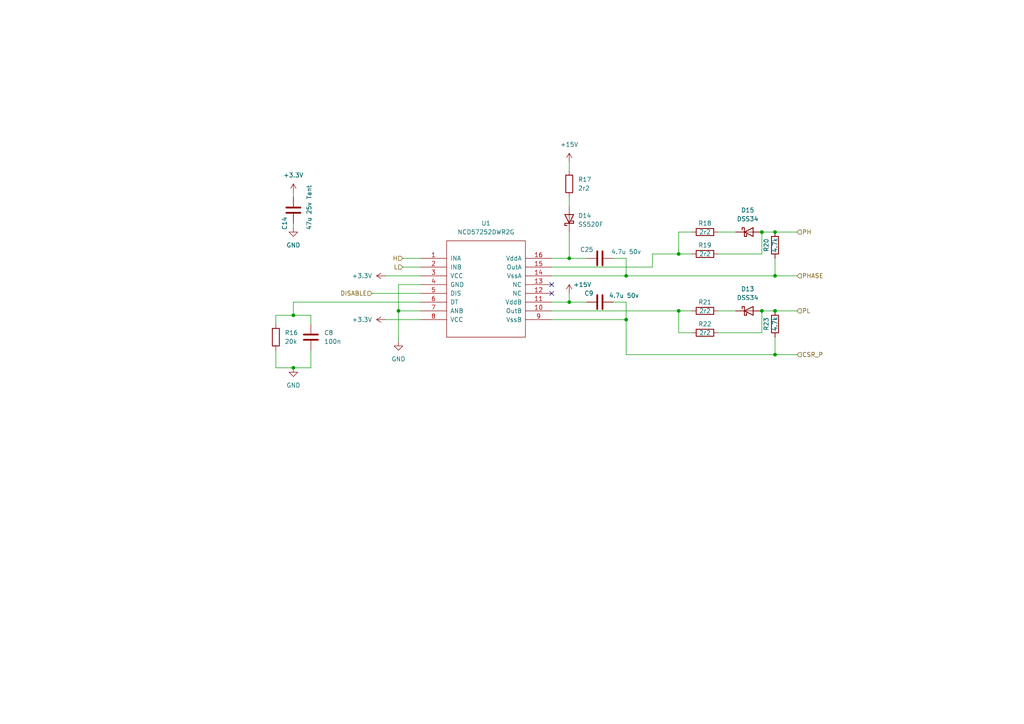
<source format=kicad_sch>
(kicad_sch (version 20230121) (generator eeschema)
  (paper "A4")
  (lib_symbols
    (symbol "Device:C" (pin_numbers hide) (pin_names (offset 0.254))
      (property "Reference" "C" (at 0.635 2.54 0))
      (property "Value" "C" (at 0.635 -2.54 0))
      (symbol "C_0_1"
        (polyline (pts (xy -2.032 -0.762) (xy 2.032 -0.762)) (stroke (width 0.508)))
        (polyline (pts (xy -2.032 0.762) (xy 2.032 0.762)) (stroke (width 0.508)))
      )
      (symbol "C_1_1"
        (pin passive line (at 0 3.81 270) (length 2.794) (name "~") (number "1"))
        (pin passive line (at 0 -3.81 90) (length 2.794) (name "~") (number "2"))
      )
    )
    (symbol "Device:D_Schottky" (pin_numbers hide) (pin_names (offset 1.016) hide)
      (property "Reference" "D" (at 0 2.54 0))
      (property "Value" "D_Schottky" (at 0 -2.54 0))
      (symbol "D_Schottky_0_1"
        (polyline (pts (xy 1.27 0) (xy -1.27 0)))
        (polyline (pts (xy 1.27 1.27) (xy 1.27 -1.27) (xy -1.27 0) (xy 1.27 1.27)) (stroke (width 0.254)))
        (polyline (pts (xy -1.905 0.635) (xy -1.905 1.27) (xy -1.27 1.27) (xy -1.27 -1.27) (xy -0.635 -1.27) (xy -0.635 -0.635)) (stroke (width 0.254)))
      )
      (symbol "D_Schottky_1_1"
        (pin passive line (at -3.81 0 0) (length 2.54) (name "K") (number "1"))
        (pin passive line (at 3.81 0 180) (length 2.54) (name "A") (number "2"))
      )
    )
    (symbol "Device:R" (pin_numbers hide) (pin_names (offset 0))
      (property "Reference" "R" (at 2.032 0 90))
      (property "Value" "R" (at 0 0 90))
      (symbol "R_0_1"
        (rectangle (start -1.016 -2.54) (end 1.016 2.54) (stroke (width 0.254)))
      )
      (symbol "R_1_1"
        (pin passive line (at 0 3.81 270) (length 1.27) (name "~") (number "1"))
        (pin passive line (at 0 -3.81 90) (length 1.27) (name "~") (number "2"))
      )
    )
    (symbol "GigaVescSymbols:NCD57252DWR2G" (pin_names (offset 1.016))
      (property "Reference" "U" (at 0 15.24 0))
      (property "Value" "NCD57252DWR2G" (at 0 -15.24 0))
      (symbol "NCD57252DWR2G_1_0"
        (rectangle (start -11.43 -13.97) (end 11.43 13.97))
      )
      (symbol "NCD57252DWR2G_1_1"
        (pin input line (at -19.05 8.89 0) (length 7.62) (name "INA") (number "1"))
        (pin input line (at 19.05 -6.35 180) (length 7.62) (name "OutB") (number "10"))
        (pin input line (at 19.05 -3.81 180) (length 7.62) (name "VddB") (number "11"))
        (pin input line (at 19.05 -1.27 180) (length 7.62) (name "NC") (number "12"))
        (pin input line (at 19.05 1.27 180) (length 7.62) (name "NC") (number "13"))
        (pin input line (at 19.05 3.81 180) (length 7.62) (name "VssA") (number "14"))
        (pin input line (at 19.05 6.35 180) (length 7.62) (name "OutA") (number "15"))
        (pin input line (at 19.05 8.89 180) (length 7.62) (name "VddA") (number "16"))
        (pin input line (at -19.05 6.35 0) (length 7.62) (name "INB") (number "2"))
        (pin input line (at -19.05 3.81 0) (length 7.62) (name "VCC") (number "3"))
        (pin input line (at -19.05 1.27 0) (length 7.62) (name "GND") (number "4"))
        (pin input line (at -19.05 -1.27 0) (length 7.62) (name "DIS") (number "5"))
        (pin input line (at -19.05 -3.81 0) (length 7.62) (name "DT") (number "6"))
        (pin input line (at -19.05 -6.35 0) (length 7.62) (name "ANB") (number "7"))
        (pin input line (at -19.05 -8.89 0) (length 7.62) (name "VCC") (number "8"))
        (pin input line (at 19.05 -8.89 180) (length 7.62) (name "VssB") (number "9"))
      )
    )
    (symbol "power:+15V" (power) (pin_names (offset 0))
      (property "Value" "+15V" (at 0 3.556 0))
      (symbol "+15V_0_1"
        (polyline (pts (xy -0.762 1.27) (xy 0 2.54)))
        (polyline (pts (xy 0 0) (xy 0 2.54)))
        (polyline (pts (xy 0 2.54) (xy 0.762 1.27)))
      )
      (symbol "+15V_1_1"
        (pin power_in line (at 0 0 90) (length 0) hide (name "+15V") (number "1"))
      )
    )
    (symbol "power:+3.3V" (power) (pin_names (offset 0))
      (property "Value" "+3.3V" (at 0 3.556 0))
      (symbol "+3.3V_0_1"
        (polyline (pts (xy -0.762 1.27) (xy 0 2.54)))
        (polyline (pts (xy 0 0) (xy 0 2.54)))
        (polyline (pts (xy 0 2.54) (xy 0.762 1.27)))
      )
      (symbol "+3.3V_1_1"
        (pin power_in line (at 0 0 90) (length 0) hide (name "+3.3V") (number "1"))
      )
    )
    (symbol "power:GND" (power) (pin_names (offset 0))
      (property "Value" "GND" (at 0 -3.81 0))
      (symbol "GND_0_1"
        (polyline (pts (xy 0 0) (xy 0 -1.27) (xy 1.27 -1.27) (xy 0 -2.54) (xy -1.27 -1.27) (xy 0 -1.27)))
      )
      (symbol "GND_1_1"
        (pin power_in line (at 0 0 270) (length 0) hide (name "GND") (number "1"))
      )
    )
  )
  (junction (at 224.79 67.31))
  (junction (at 224.79 80.01))
  (junction (at 196.85 73.66))
  (junction (at 115.57 90.17))
  (junction (at 224.79 90.17))
  (junction (at 85.09 91.44))
  (junction (at 220.98 67.31))
  (junction (at 181.61 80.01))
  (junction (at 224.79 102.87))
  (junction (at 85.09 106.68))
  (junction (at 165.1 87.63))
  (junction (at 196.85 90.17))
  (junction (at 181.61 92.71))
  (junction (at 220.98 90.17))
  (junction (at 165.1 74.93))
  (no_connect (at 160.02 85.09))
  (no_connect (at 160.02 82.55))
  (wire (pts (xy 165.1 74.93) (xy 160.02 74.93)))
  (wire (pts (xy 196.85 90.17) (xy 200.66 90.17)))
  (wire (pts (xy 196.85 96.52) (xy 200.66 96.52)))
  (wire (pts (xy 85.09 55.88) (xy 85.09 57.15)))
  (wire (pts (xy 165.1 87.63) (xy 170.18 87.63)))
  (wire (pts (xy 115.57 82.55) (xy 115.57 90.17)))
  (wire (pts (xy 85.09 64.77) (xy 85.09 66.04)))
  (wire (pts (xy 165.1 74.93) (xy 170.18 74.93)))
  (wire (pts (xy 220.98 73.66) (xy 208.28 73.66)))
  (wire (pts (xy 160.02 77.47) (xy 189.23 77.47)))
  (wire (pts (xy 196.85 90.17) (xy 196.85 96.52)))
  (wire (pts (xy 111.76 80.01) (xy 121.92 80.01)))
  (wire (pts (xy 90.17 91.44) (xy 90.17 93.98)))
  (wire (pts (xy 80.01 93.98) (xy 80.01 91.44)))
  (wire (pts (xy 116.84 77.47) (xy 121.92 77.47)))
  (wire (pts (xy 224.79 74.93) (xy 224.79 80.01)))
  (wire (pts (xy 181.61 92.71) (xy 160.02 92.71)))
  (wire (pts (xy 189.23 73.66) (xy 196.85 73.66)))
  (wire (pts (xy 208.28 67.31) (xy 213.36 67.31)))
  (wire (pts (xy 220.98 67.31) (xy 220.98 73.66)))
  (wire (pts (xy 80.01 106.68) (xy 85.09 106.68)))
  (wire (pts (xy 160.02 87.63) (xy 165.1 87.63)))
  (wire (pts (xy 224.79 97.79) (xy 224.79 102.87)))
  (wire (pts (xy 85.09 91.44) (xy 90.17 91.44)))
  (wire (pts (xy 160.02 90.17) (xy 196.85 90.17)))
  (wire (pts (xy 181.61 102.87) (xy 181.61 92.71)))
  (wire (pts (xy 85.09 106.68) (xy 90.17 106.68)))
  (wire (pts (xy 220.98 96.52) (xy 208.28 96.52)))
  (wire (pts (xy 224.79 102.87) (xy 181.61 102.87)))
  (wire (pts (xy 220.98 90.17) (xy 220.98 96.52)))
  (wire (pts (xy 115.57 90.17) (xy 115.57 99.06)))
  (wire (pts (xy 121.92 87.63) (xy 85.09 87.63)))
  (wire (pts (xy 181.61 87.63) (xy 181.61 92.71)))
  (wire (pts (xy 196.85 73.66) (xy 196.85 67.31)))
  (wire (pts (xy 200.66 73.66) (xy 196.85 73.66)))
  (wire (pts (xy 220.98 67.31) (xy 224.79 67.31)))
  (wire (pts (xy 80.01 91.44) (xy 85.09 91.44)))
  (wire (pts (xy 224.79 80.01) (xy 231.14 80.01)))
  (wire (pts (xy 90.17 106.68) (xy 90.17 101.6)))
  (wire (pts (xy 208.28 90.17) (xy 213.36 90.17)))
  (wire (pts (xy 111.76 92.71) (xy 121.92 92.71)))
  (wire (pts (xy 224.79 102.87) (xy 231.14 102.87)))
  (wire (pts (xy 224.79 67.31) (xy 231.14 67.31)))
  (wire (pts (xy 80.01 101.6) (xy 80.01 106.68)))
  (wire (pts (xy 189.23 77.47) (xy 189.23 73.66)))
  (wire (pts (xy 121.92 90.17) (xy 115.57 90.17)))
  (wire (pts (xy 85.09 87.63) (xy 85.09 91.44)))
  (wire (pts (xy 220.98 90.17) (xy 224.79 90.17)))
  (wire (pts (xy 121.92 82.55) (xy 115.57 82.55)))
  (wire (pts (xy 165.1 57.15) (xy 165.1 59.69)))
  (wire (pts (xy 181.61 80.01) (xy 224.79 80.01)))
  (wire (pts (xy 116.84 74.93) (xy 121.92 74.93)))
  (wire (pts (xy 224.79 90.17) (xy 231.14 90.17)))
  (wire (pts (xy 177.8 87.63) (xy 181.61 87.63)))
  (wire (pts (xy 181.61 74.93) (xy 177.8 74.93)))
  (wire (pts (xy 165.1 87.63) (xy 165.1 85.09)))
  (wire (pts (xy 165.1 67.31) (xy 165.1 74.93)))
  (wire (pts (xy 160.02 80.01) (xy 181.61 80.01)))
  (wire (pts (xy 107.95 85.09) (xy 121.92 85.09)))
  (wire (pts (xy 181.61 80.01) (xy 181.61 74.93)))
  (wire (pts (xy 196.85 67.31) (xy 200.66 67.31)))
  (wire (pts (xy 165.1 46.99) (xy 165.1 49.53)))
  (hierarchical_label "CSR_P" (shape input) (at 231.14 102.87 0))
  (hierarchical_label "PL" (shape input) (at 231.14 90.17 0))
  (hierarchical_label "H" (shape input) (at 116.84 74.93 180))
  (hierarchical_label "PH" (shape input) (at 231.14 67.31 0))
  (hierarchical_label "L" (shape input) (at 116.84 77.47 180))
  (hierarchical_label "PHASE" (shape input) (at 231.14 80.01 0))
  (hierarchical_label "DISABLE" (shape input) (at 107.95 85.09 180))
  (symbol (lib_id "Device:R") (at 80.01 97.79 0) (unit 1)
    (property "Reference" "R16" (at 82.55 96.52 0) (effects (justify left)))
    (property "Value" "20k" (at 82.55 99.06 0) (effects (justify left)))
    (property "Footprint" "Resistor_SMD:R_0805_2012Metric" (effects hide))
    (property "MPN" "C4328" (effects hide))
    (instances (project "GigaVescDrivers" (path "" (reference "R16") (unit 1)) (path "" (reference "R24") (unit 1)) (path "" (reference "R34") (unit 1))))
  )
  (symbol (lib_id "Device:R") (at 224.79 71.12 180) (unit 1)
    (property "Reference" "R20" (at 222.25 71.12 90))
    (property "Value" "4.7k" (at 224.79 71.12 90))
    (property "Footprint" "Resistor_SMD:R_0805_2012Metric" (effects hide))
    (property "MPN" "C17673" (effects hide))
    (instances (project "GigaVescDrivers" (path "" (reference "R20") (unit 1)) (path "" (reference "R30") (unit 1)) (path "" (reference "R40") (unit 1))))
  )
  (symbol (lib_id "Device:R") (at 204.47 67.31 90) (unit 1)
    (property "Reference" "R18" (at 204.47 64.77 90))
    (property "Value" "2r2" (at 204.47 67.31 90))
    (property "Footprint" "Resistor_SMD:R_0805_2012Metric" (effects hide))
    (instances (project "GigaVescDrivers" (path "" (reference "R18") (unit 1)) (path "" (reference "R26") (unit 1)) (path "" (reference "R36") (unit 1))))
  )
  (symbol (lib_id "Device:D_Schottky") (at 217.17 67.31 0) (unit 1)
    (property "Reference" "D15" (at 216.8525 60.96 0))
    (property "Value" "DSS34" (at 216.8525 63.5 0))
    (property "Footprint" "Diode_SMD:D_SOD-123F" (effects hide))
    (instances (project "GigaVescDrivers" (path "" (reference "D15") (unit 1)) (path "" (reference "D17") (unit 1)) (path "" (reference "D28") (unit 1))))
  )
  (symbol (lib_id "power:GND") (at 85.09 66.04 0) (unit 1)
    (property "Reference" "#PWR026" (effects hide))
    (property "Value" "GND" (at 85.09 71.12 0))
    (instances (project "GigaVescDrivers" (path "" (reference "#PWR026") (unit 1)) (path "" (reference "#PWR033") (unit 1)) (path "" (reference "#PWR046") (unit 1))))
  )
  (symbol (lib_id "Device:R") (at 224.79 93.98 180) (unit 1)
    (property "Reference" "R23" (at 222.25 93.98 90))
    (property "Value" "4.7k" (at 224.79 93.98 90))
    (property "Footprint" "Resistor_SMD:R_0805_2012Metric" (effects hide))
    (instances (project "GigaVescDrivers" (path "" (reference "R23") (unit 1)) (path "" (reference "R31") (unit 1)) (path "" (reference "R41") (unit 1))))
  )
  (symbol (lib_id "Device:R") (at 165.1 53.34 0) (unit 1)
    (property "Reference" "R17" (at 167.64 52.07 0) (effects (justify left)))
    (property "Value" "2r2" (at 167.64 54.61 0) (effects (justify left)))
    (property "Footprint" "Resistor_SMD:R_0805_2012Metric" (effects hide))
    (property "MPN" "C17521" (effects hide))
    (instances (project "GigaVescDrivers" (path "" (reference "R17") (unit 1)) (path "" (reference "R25") (unit 1)) (path "" (reference "R35") (unit 1))))
  )
  (symbol (lib_id "Device:C") (at 85.09 60.96 180) (unit 1)
    (property "Reference" "C14" (at 82.55 64.77 90))
    (property "Value" "47u 25v Tant" (at 89.662 60.198 90))
    (property "Footprint" "Capacitor_Tantalum_SMD:CP_EIA-7343-31_Kemet-D" (effects hide))
    (property "MPN" "C117039" (effects hide))
    (instances (project "GigaVescDrivers" (path "" (reference "C14") (unit 1)) (path "" (reference "C18") (unit 1)) (path "" (reference "C19") (unit 1))))
  )
  (symbol (lib_id "power:+3.3V") (at 111.76 80.01 90) (unit 1)
    (property "Reference" "#PWR028" (effects hide))
    (property "Value" "+3.3V" (at 107.95 80.01 90) (effects (justify left)))
    (instances (project "GigaVescDrivers" (path "" (reference "#PWR028") (unit 1)) (path "" (reference "#PWR035") (unit 1)) (path "" (reference "#PWR048") (unit 1))))
  )
  (symbol (lib_id "power:GND") (at 115.57 99.06 0) (unit 1)
    (property "Reference" "#PWR027" (effects hide))
    (property "Value" "GND" (at 115.57 104.14 0))
    (instances (project "GigaVescDrivers" (path "" (reference "#PWR027") (unit 1)) (path "" (reference "#PWR037") (unit 1)) (path "" (reference "#PWR050") (unit 1))))
  )
  (symbol (lib_id "Device:R") (at 204.47 90.17 90) (unit 1)
    (property "Reference" "R21" (at 204.47 87.63 90))
    (property "Value" "2r2" (at 204.47 90.17 90))
    (property "Footprint" "Resistor_SMD:R_0805_2012Metric" (effects hide))
    (instances (project "GigaVescDrivers" (path "" (reference "R21") (unit 1)) (path "" (reference "R28") (unit 1)) (path "" (reference "R38") (unit 1))))
  )
  (symbol (lib_id "power:+15V") (at 165.1 85.09 0) (unit 1)
    (property "Reference" "#PWR031" (effects hide))
    (property "Value" "+15V" (at 168.91 82.55 0))
    (instances (project "GigaVescDrivers" (path "" (reference "#PWR031") (unit 1)) (path "" (reference "#PWR039") (unit 1)) (path "" (reference "#PWR052") (unit 1))))
  )
  (symbol (lib_id "Device:D_Schottky") (at 165.1 63.5 90) (unit 1)
    (property "Reference" "D14" (at 167.64 62.5475 90) (effects (justify right)))
    (property "Value" "SS520F" (at 167.64 65.0875 90) (effects (justify right)))
    (property "Footprint" "Diode_SMD:D_SMA" (effects hide))
    (property "MPN" "C353179" (effects hide))
    (instances (project "GigaVescDrivers" (path "" (reference "D14") (unit 1)) (path "" (reference "D16") (unit 1)) (path "" (reference "D27") (unit 1))))
  )
  (symbol (lib_id "power:GND") (at 85.09 106.68 0) (unit 1)
    (property "Reference" "#PWR030" (effects hide))
    (property "Value" "GND" (at 85.09 111.76 0))
    (instances (project "GigaVescDrivers" (path "" (reference "#PWR030") (unit 1)) (path "" (reference "#PWR034") (unit 1)) (path "" (reference "#PWR047") (unit 1))))
  )
  (symbol (lib_id "power:+3.3V") (at 111.76 92.71 90) (unit 1)
    (property "Reference" "#PWR029" (effects hide))
    (property "Value" "+3.3V" (at 107.95 92.71 90) (effects (justify left)))
    (instances (project "GigaVescDrivers" (path "" (reference "#PWR029") (unit 1)) (path "" (reference "#PWR036") (unit 1)) (path "" (reference "#PWR049") (unit 1))))
  )
  (symbol (lib_id "Device:C") (at 90.17 97.79 0) (unit 1)
    (property "Reference" "C8" (at 93.98 96.52 0) (effects (justify left)))
    (property "Value" "100n" (at 93.98 99.06 0) (effects (justify left)))
    (property "Footprint" "Capacitor_SMD:C_0805_2012Metric" (effects hide))
    (instances (project "GigaVescDrivers" (path "" (reference "C8") (unit 1)) (path "" (reference "C12") (unit 1)) (path "" (reference "C17") (unit 1))))
  )
  (symbol (lib_id "GigaVescSymbols:NCD57252DWR2G") (at 140.97 83.82 0) (unit 1)
    (property "Reference" "U1" (at 140.97 64.77 0))
    (property "Value" "NCD57252DWR2G" (at 140.97 67.31 0))
    (property "Footprint" "Package_SO:SOIC-16W_7.5x10.3mm_P1.27mm" (effects hide))
    (property "Datasheet" "DOCUMENTATION" (effects hide))
    (property "MPN" "C2902111" (effects hide))
    (instances (project "GigaVescDrivers" (path "" (reference "U1") (unit 1)) (path "" (reference "U1") (unit 1)) (path "" (reference "U7") (unit 1)) (path "" (reference "U9") (unit 1))))
  )
  (symbol (lib_id "power:+15V") (at 165.1 46.99 0) (unit 1)
    (property "Reference" "#PWR024" (effects hide))
    (property "Value" "+15V" (at 165.1 41.91 0))
    (instances (project "GigaVescDrivers" (path "" (reference "#PWR024") (unit 1)) (path "" (reference "#PWR038") (unit 1)) (path "" (reference "#PWR051") (unit 1))))
  )
  (symbol (lib_id "Device:C") (at 173.99 87.63 90) (unit 1)
    (property "Reference" "C9" (at 170.815 85.09 90))
    (property "Value" "4.7u 50v" (at 180.975 85.725 90))
    (property "Footprint" "Capacitor_SMD:C_1206_3216Metric" (effects hide))
    (property "MPN" "C29823" (effects hide))
    (instances (project "GigaVescDrivers" (path "" (reference "C9") (unit 1)) (path "" (reference "C10") (unit 1)) (path "" (reference "C13") (unit 1))))
  )
  (symbol (lib_id "Device:D_Schottky") (at 217.17 90.17 0) (unit 1)
    (property "Reference" "D13" (at 216.8525 83.82 0))
    (property "Value" "DSS34" (at 216.8525 86.36 0))
    (property "Footprint" "Diode_SMD:D_SOD-123F" (effects hide))
    (property "MPN" "C511866" (effects hide))
    (instances (project "GigaVescDrivers" (path "" (reference "D13") (unit 1)) (path "" (reference "D18") (unit 1)) (path "" (reference "D29") (unit 1))))
  )
  (symbol (lib_id "power:+3.3V") (at 85.09 55.88 0) (unit 1)
    (property "Reference" "#PWR025" (effects hide))
    (property "Value" "+3.3V" (at 85.09 50.8 0))
    (instances (project "GigaVescDrivers" (path "" (reference "#PWR025") (unit 1)) (path "" (reference "#PWR032") (unit 1)) (path "" (reference "#PWR045") (unit 1))))
  )
  (symbol (lib_id "Device:C") (at 173.99 74.93 90) (unit 1)
    (property "Reference" "C25" (at 170.18 72.39 90))
    (property "Value" "4.7u 50v" (at 181.61 73.025 90))
    (property "Footprint" "Capacitor_SMD:C_1206_3216Metric" (effects hide))
    (property "MPN" "C29823" (effects hide))
    (instances (project "GigaVescDrivers" (path "" (reference "C25") (unit 1)) (path "" (reference "C26") (unit 1)) (path "" (reference "C27") (unit 1))))
  )
  (symbol (lib_id "Device:R") (at 204.47 73.66 90) (unit 1)
    (property "Reference" "R19" (at 204.47 71.12 90))
    (property "Value" "2r2" (at 204.47 73.66 90))
    (property "Footprint" "Resistor_SMD:R_0805_2012Metric" (effects hide))
    (instances (project "GigaVescDrivers" (path "" (reference "R19") (unit 1)) (path "" (reference "R27") (unit 1)) (path "" (reference "R37") (unit 1))))
  )
  (symbol (lib_id "Device:R") (at 204.47 96.52 90) (unit 1)
    (property "Reference" "R22" (at 204.47 93.98 90))
    (property "Value" "2r2" (at 204.47 96.52 90))
    (property "Footprint" "Resistor_SMD:R_0805_2012Metric" (effects hide))
    (instances (project "GigaVescDrivers" (path "" (reference "R22") (unit 1)) (path "" (reference "R29") (unit 1)) (path "" (reference "R39") (unit 1))))
  )
)
</source>
